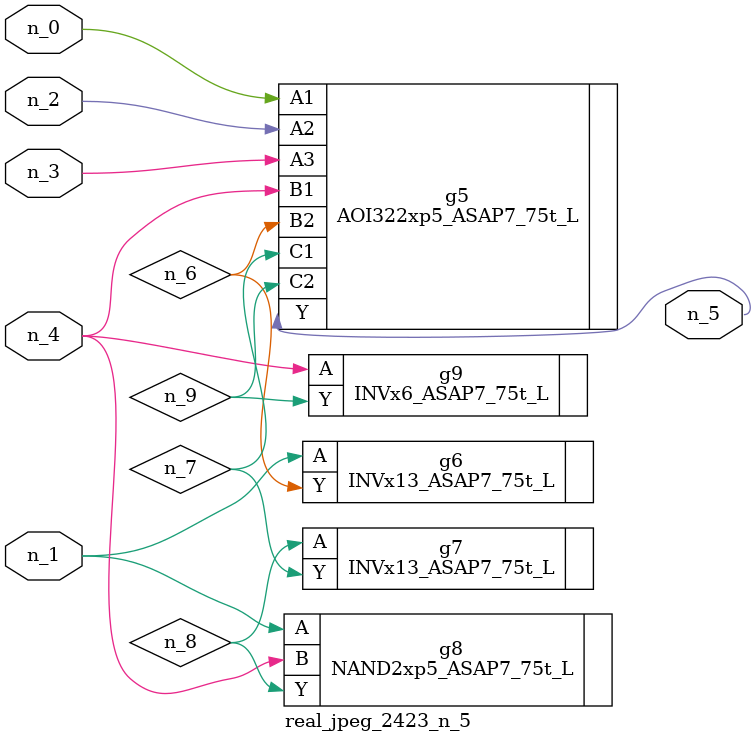
<source format=v>
module real_jpeg_2423_n_5 (n_4, n_0, n_1, n_2, n_3, n_5);

input n_4;
input n_0;
input n_1;
input n_2;
input n_3;

output n_5;

wire n_8;
wire n_6;
wire n_7;
wire n_9;

AOI322xp5_ASAP7_75t_L g5 ( 
.A1(n_0),
.A2(n_2),
.A3(n_3),
.B1(n_4),
.B2(n_6),
.C1(n_7),
.C2(n_9),
.Y(n_5)
);

INVx13_ASAP7_75t_L g6 ( 
.A(n_1),
.Y(n_6)
);

NAND2xp5_ASAP7_75t_L g8 ( 
.A(n_1),
.B(n_4),
.Y(n_8)
);

INVx6_ASAP7_75t_L g9 ( 
.A(n_4),
.Y(n_9)
);

INVx13_ASAP7_75t_L g7 ( 
.A(n_8),
.Y(n_7)
);


endmodule
</source>
